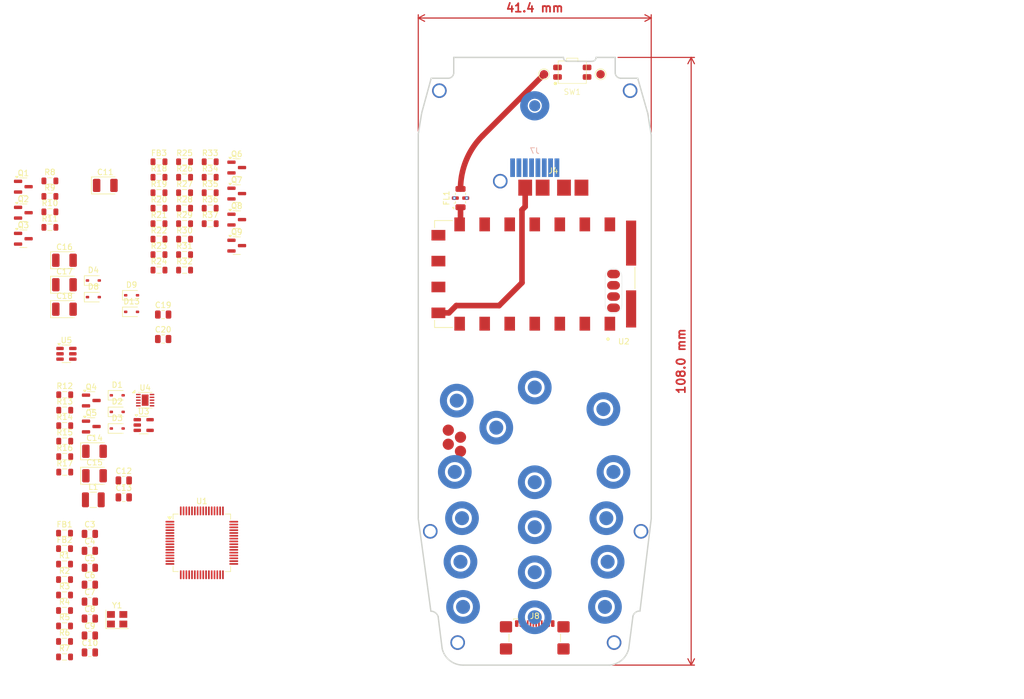
<source format=kicad_pcb>
(kicad_pcb (version 20240108) (generator "pcbnew") (generator_version "8.0")
  (layers (0 "F.Cu" signal) (1 "In1.Cu" signal) (2 "In2.Cu" signal) (31 "B.Cu" signal) (34 "B.Paste" user) (35 "F.Paste" user) (36 "B.SilkS" user "B.Silkscreen") (37 "F.SilkS" user "F.Silkscreen") (38 "B.Mask" user) (39 "F.Mask" user) (44 "Edge.Cuts" user))
  (net 0 "")
  (net 1 "Net-(U1-VCAP_1)")
  (net 2 "GND")
  (net 3 "Net-(U1-VCAP_2)")
  (net 4 "/MCU/RTC_BATT")
  (net 5 "/MCU/MCU_VDDA")
  (net 6 "/MCU/MCU_VDD")
  (net 7 "/PMU/U_BATT")
  (net 8 "/MCU/BATT_MEAS")
  (net 9 "Net-(U4-PS{slash}SYNC)")
  (net 10 "+3V3")
  (net 11 "/Interfaces/5V_USB")
  (net 12 "Net-(U5-VBUS)")
  (net 13 "Net-(D1-K)")
  (net 14 "Net-(D3-K)")
  (net 15 "Net-(D9-A)")
  (net 16 "Net-(D13-A)")
  (net 17 "Net-(FL1-OUT)")
  (net 18 "Net-(FL1-IN)")
  (net 19 "Net-(U4-L2)")
  (net 20 "Net-(U4-L1)")
  (net 21 "/MCU/RF_PWR")
  (net 22 "Net-(Q1-D)")
  (net 23 "Net-(Q2-D)")
  (net 24 "Net-(Q2-G)")
  (net 25 "/MCU/RF_ENA")
  (net 26 "/MCU/PWR_ON")
  (net 27 "Net-(Q4-D)")
  (net 28 "Net-(Q5-D)")
  (net 29 "Net-(Q7-D)")
  (net 30 "/Interfaces/VIBR")
  (net 31 "/Interfaces/BUZZ")
  (net 32 "/Interfaces/BOOT0")
  (net 33 "/MCU/NRST")
  (net 34 "/MCU/BSB_IN")
  (net 35 "Net-(U1-PB2)")
  (net 36 "/MCU/~{CHG}")
  (net 37 "/Interfaces/PWM_BLIGHT")
  (net 38 "Net-(D4-A)")
  (net 39 "Net-(D5-A)")
  (net 40 "Net-(D6-A)")
  (net 41 "Net-(D7-A)")
  (net 42 "Net-(D8-A)")
  (net 43 "Net-(D10-A)")
  (net 44 "Net-(D11-A)")
  (net 45 "Net-(D12-A)")
  (net 46 "/ROW_1")
  (net 47 "/ROW_2")
  (net 48 "/ROW_3")
  (net 49 "/ROW_4")
  (net 50 "/ROW_5")
  (net 51 "/Interfaces/~{DISP_CE}")
  (net 60 "/Interfaces/USB_DP")
  (net 65 "/MCU/SWCLK")
  (net 69 "/Interfaces/~{DISP_RST}")
  (net 73 "/Interfaces/DISP_SDIN")
  (net 74 "/MCU/32k_X1")
  (net 75 "/MCU/SWDIO")
  (net 76 "/MCU/X1")
  (net 77 "/Interfaces/DISP_D{slash}C")
  (net 82 "/Interfaces/UDB_DM")
  (net 84 "/MCU/BSB_OUT")
  (net 87 "/MCU/32k_X2")
  (net 88 "/MCU/X2")
  (net 89 "/Interfaces/DISP_SCK")
  (net 90 "/MCU/RF_RX")
  (net 92 "/MCU/RF_TX")
  (net 93 "/MCU/PTT_OUT")
  (net 98 "Net-(J7-Pin_2)")
  (net 99 "Net-(J8-D--PadA7)")
  (net 100 "Net-(J8-D+-PadA6)")
  (net 101 "Net-(J8-CC1)")
  (net 103 "Net-(J8-CC2)")
  (net 105 "Net-(Q7-G)")
  (net 106 "Net-(Q8-D)")
  (net 107 "Net-(R30-Pad1)")
  (net 108 "/COL_1")
  (net 109 "/COL_2")
  (net 110 "/COL_3")
  (footprint "Capacitor_Tantalum_SMD:CP_EIA-3528-21_Kemet-B" (layer "F.Cu") (at 57.1175 86.75)
    (property "Reference" "C18")
    (property "Value" "47uF/10V")
  )
  (footprint "Inductor_SMD:L_0805_2012Metric" (layer "F.Cu") (at 73.915 68.8)
    (property "Reference" "R20")
    (property "Value" "47k")
  )
  (footprint "Diode_SMD:D_SOD-323" (layer "F.Cu") (at 69.05 84.27)
    (property "Reference" "D9")
    (property "Value" "BAT60A")
  )
  (footprint "Inductor_SMD:L_0805_2012Metric" (layer "F.Cu") (at 73.915 79.8)
    (property "Reference" "R24")
    (property "Value" "27R")
  )
  (footprint "Parts:2mm_mounting_hole_sig" (layer "F.Cu") (at 154.8 146)
    (property "Reference" "H2" (hide yes))
    (property "Value" "~")
  )
  (footprint "Package_TO_SOT_SMD:SOT-23" (layer "F.Cu") (at 49.81 69.6)
    (property "Reference" "Q2")
    (property "Value" "IRLML6401")
  )
  (footprint "Capacitor_SMD:C_0805_2012Metric" (layer "F.Cu") (at 61.63 126.68)
    (property "Reference" "C3")
    (property "Value" "2u2")
  )
  (footprint "Capacitor_SMD:C_0805_2012Metric" (layer "F.Cu") (at 67.655 120.19)
    (property "Reference" "C13")
    (property "Value" "100n")
  )
  (footprint "Inductor_SMD:L_0805_2012Metric" (layer "F.Cu") (at 54.53 69.45)
    (property "Reference" "R10")
    (property "Value" "100k")
  )
  (footprint "Inductor_SMD:L_0805_2012Metric" (layer "F.Cu") (at 57.165 110.2)
    (property "Reference" "R15")
    (property "Value" "47k")
  )
  (footprint "Inductor_SMD:L_0805_2012Metric" (layer "F.Cu") (at 57.13 148.55)
    (property "Reference" "R7")
    (property "Value" "100k")
  )
  (footprint "Inductor_SMD:L_0805_2012Metric" (layer "F.Cu") (at 83.015 66.05)
    (property "Reference" "R35")
    (property "Value" "47k")
  )
  (footprint "Inductor_SMD:L_0805_2012Metric" (layer "F.Cu") (at 78.465 66.05)
    (property "Reference" "R27")
    (property "Value" "27R")
  )
  (footprint "TestPoint:TestPoint_Pad_D1.5mm" (layer "F.Cu") (at 142.35 45)
    (property "Reference" "J2" (hide yes))
    (property "Value" "ANT_A")
  )
  (footprint "Capacitor_SMD:C_0805_2012Metric" (layer "F.Cu") (at 61.63 147.75)
    (property "Reference" "C10")
    (property "Value" "100n")
  )
  (footprint "Parts:3310_batt" (layer "F.Cu") (at 144 65.15)
    (property "Reference" "J4")
    (property "Value" "Battery")
  )
  (footprint "Capacitor_Tantalum_SMD:CP_EIA-3528-21_Kemet-B" (layer "F.Cu") (at 62.46 112)
    (property "Reference" "C14")
    (property "Value" "10uF/10V")
  )
  (footprint "Capacitor_Tantalum_SMD:CP_EIA-3528-21_Kemet-B" (layer "F.Cu") (at 64.375 64.75)
    (property "Reference" "C11")
    (property "Value" "47uF/10V")
  )
  (footprint "Inductor_SMD:L_0805_2012Metric" (layer "F.Cu") (at 78.465 79.8)
    (property "Reference" "R32")
    (property "Value" "5k1")
  )
  (footprint "Inductor_SMD:L_0805_2012Metric" (layer "F.Cu") (at 54.53 66.7)
    (property "Reference" "R9")
    (property "Value" "47k")
  )
  (footprint "Inductor_SMD:L_0805_2012Metric" (layer "F.Cu") (at 83.015 63.3)
    (property "Reference" "R34")
    (property "Value" "47k")
  )
  (footprint "Inductor_SMD:L_0805_2012Metric" (layer "F.Cu") (at 57.13 129.3)
    (property "Reference" "FB2")
    (property "Value" "Bead")
  )
  (footprint "Diode_SMD:D_SOD-323" (layer "F.Cu") (at 66.5 102.05)
    (property "Reference" "D1")
    (property "Value" "BAT60A")
  )
  (footprint "Capacitor_SMD:C_0805_2012Metric" (layer "F.Cu") (at 74.66 87.7)
    (property "Reference" "C19")
    (property "Value" "100n")
  )
  (footprint "Inductor_SMD:L_0805_2012Metric" (layer "F.Cu") (at 57.13 132.05)
    (property "Reference" "R1")
    (property "Value" "22k")
  )
  (footprint "Diode_SMD:D_SOD-323" (layer "F.Cu") (at 62.2575 81.65)
    (property "Reference" "D4")
    (property "Value" "BAT60A")
  )
  (footprint "Capacitor_SMD:C_0805_2012Metric" (layer "F.Cu") (at 61.63 132.7)
    (property "Reference" "C5")
    (property "Value" "100n")
  )
  (footprint "Inductor_SMD:L_0805_2012Metric" (layer "F.Cu") (at 57.165 104.7)
    (property "Reference" "R13")
    (property "Value" "100k")
  )
  (footprint "Inductor_SMD:L_0805_2012Metric" (layer "F.Cu") (at 83.015 71.55)
    (property "Reference" "R37")
    (property "Value" "47k")
  )
  (footprint "Package_TO_SOT_SMD:SOT-23" (layer "F.Cu") (at 87.735 66.2)
    (property "Reference" "Q7")
    (property "Value" "BSS138")
  )
  (footprint "Inductor_SMD:L_0805_2012Metric" (layer "F.Cu") (at 57.13 140.3)
    (property "Reference" "R4")
    (property "Value" "47k")
  )
  (footprint "Diode_SMD:D_SOD-323" (layer "F.Cu") (at 66.5 105)
    (property "Reference" "D2")
    (property "Value" "BAT60A")
  )
  (footprint "Capacitor_SMD:C_0805_2012Metric" (layer "F.Cu") (at 67.655 117.18)
    (property "Reference" "C12")
    (property "Value" "100n")
  )
  (footprint "Parts:SIDE PUSH 2.2NF 4.7x3.2x1.65mm" (layer "F.Cu") (at 147.37 44.63 180)
    (property "Reference" "SW1")
    (property "Value" "POWER ON")
  )
  (footprint "Diode_SMD:D_SOD-323" (layer "F.Cu") (at 69.05 87.22)
    (property "Reference" "D13")
    (property "Value" "BAT60A")
  )
  (footprint "TestPoint:TestPoint_Pad_D1.5mm" (layer "F.Cu") (at 152.4 45)
    (property "Reference" "J3" (hide yes))
    (property "Value" "ANT_B")
  )
  (footprint "Inductor_SMD:L_0805_2012Metric" (layer "F.Cu") (at 78.465 60.55)
    (property "Reference" "R25")
    (property "Value" "27R")
  )
  (footprint "Inductor_SMD:L_0805_2012Metric" (layer "F.Cu") (at 57.165 115.7)
    (property "Reference" "R17")
    (property "Value" "100k")
  )
  (footprint "Package_TO_SOT_SMD:SOT-23" (layer "F.Cu") (at 87.735 75.45)
    (property "Reference" "Q9")
    (property "Value" "BSS138")
  )
  (footprint "Inductor_SMD:L_0805_2012Metric" (layer "F.Cu") (at 78.465 77.05)
    (property "Reference" "R31")
    (property "Value" "5k1")
  )
  (footprint "Inductor_SMD:L_0805_2012Metric" (layer "F.Cu") (at 57.165 101.95)
    (property "Reference" "R12")
    (property "Value" "47k")
  )
  (footprint "Inductor_SMD:L_0805_2012Metric" (layer "F.Cu") (at 57.13 145.8)
    (property "Reference" "R6")
    (property "Value" "10k")
  )
  (footprint "Inductor_SMD:L_0805_2012Metric" (layer "F.Cu") (at 83.015 60.55)
    (property "Reference" "R33")
    (property "Value" "47k")
  )
  (footprint "Connector_USB:USB_C_Receptacle_GCT_USB4110" (layer "F.Cu") (at 140.7 146.3)
    (property "Reference" "J8")
    (property "Value" "USB C")
  )
  (footprint "Parts:2mm_mounting_hole_sig" (layer "F.Cu") (at 127 146)
    (property "Reference" "H1" (hide yes))
    (property "Value" "~")
  )
  (footprint "Package_TO_SOT_SMD:SOT-23-6" (layer "F.Cu") (at 57.465 94.675)
    (property "Reference" "U5")
    (property "Value" "USBLC6-2SC6")
  )
  (footprint "Capacitor_Tantalum_SMD:CP_EIA-3528-21_Kemet-B" (layer "F.Cu") (at 57.1175 82.4)
    (property "Reference" "C17")
    (property "Value" "47uF/10V")
  )
  (footprint "Capacitor_SMD:C_0805_2012Metric" (layer "F.Cu") (at 74.66 92.05)
    (property "Reference" "C20")
    (property "Value" "10n")
  )
  (footprint "Parts:2mm_mounting_hole_sig" (layer "F.Cu") (at 157.65 47.91)
    (property "Reference" "H7" (hide yes))
    (property "Value" "~")
  )
  (footprint "Inductor_SMD:L_0805_2012Metric" (layer "F.Cu") (at 57.13 137.55)
    (property "Reference" "R3")
    (property "Value" "47k")
  )
  (footprint "Package_TO_SOT_SMD:SOT-23" (layer "F.Cu") (at 49.81 74.225)
    (property "Reference" "Q3")
    (property "Value" "BSS138")
  )
  (footprint "Inductor_SMD:L_0805_2012Metric" (layer "F.Cu") (at 73.915 74.3)
    (property "Reference" "R22")
    (property "Value" "100k")
  )
  (footprint "Parts:3310_4_pin" (layer "F.Cu") (at 125.335 108.25 -90)
    (property "Reference" "J1" (hide yes))
    (property "Value" "SWD_DBG")
  )
  (footprint "Inductor_SMD:L_0805_2012Metric" (layer "F.Cu") (at 83.015 68.8)
    (property "Reference" "R36")
    (property "Value" "47k")
  )
  (footprint "Parts:2mm_mounting_hole_sig" (layer "F.Cu") (at 134.57 64)
    (property "Reference" "H5" (hide yes))
    (property "Value" "~")
  )
  (footprint "Parts:2mm_mounting_hole_sig" (layer "F.Cu") (at 159.58 126.23)
    (property "Reference" "H4" (hide yes))
    (property "Value" "~")
  )
  (footprint "Inductor_SMD:L_0805_2012Metric" (layer "F.Cu") (at 78.465 63.3)
    (property "Reference" "R26")
    (property "Value" "27R")
  )
  (footprint "Package_TO_SOT_SMD:SOT-23" (layer "F.Cu") (at 61.885 102.975)
    (property "Reference" "Q4")
    (property "Value" "BSS138")
  )
  (footprint "Inductor_SMD:L_1210_3225Metric" (layer "F.Cu") (at 62.245 120.63)
    (property "Reference" "L1")
    (property "Value" "1u5")
  )
  (footprint "Inductor_SMD:L_0805_2012Metric" (layer "F.Cu") (at 57.165 107.45)
    (property "Reference" "R14")
    (property "Value" "100k")
  )
  (footprint "Package_SON:WSON-10-1EP_2.5x2.5mm_P0.5mm_EP1.2x2mm" (layer "F.Cu") (at 71.46 102.915)
    (property "Reference" "U4")
    (property "Value" "TPS63030DSK")
  )
  (footprint "Diode_SMD:D_SOD-323" (layer "F.Cu") (at 62.2575 84.6)
    (property "Reference" "D8")
    (property "Value" "BAT60A")
  )
  (footprint "Capacitor_SMD:C_0805_2012Metric" (layer "F.Cu") (at 61.63 144.74)
    (property "Reference" "C9")
    (property "Value" "100n")
  )
  (footprint "Capacitor_SMD:C_0805_2012Metric" (layer "F.Cu") (at 61.63 138.72)
    (property "Reference" "C7")
    (property "Value" "100n")
  )
  (footprint "Capacitor_SMD:C_0805_2012Metric" (layer "F.Cu") (at 61.63 141.73)
    (property "Reference" "C8")
    (property "Value" "100n")
  )
  (footprint "Inductor_SMD:L_0805_2012Metric" (layer "F.Cu") (at 78.465 74.3)
    (property "Reference" "R30")
    (property "Value" "1k")
  )
  (footprint "Package_TO_SOT_SMD:SOT-23" (layer "F.Cu") (at 49.81 64.975)
    (property "Reference" "Q1")
    (property "Value" "BSS138")
  )
  (footprint "Inductor_SMD:L_0805_2012Metric" (layer "F.Cu") (at 57.13 126.55)
    (property "Reference" "FB1")
    (property "Value" "Bead")
  )
  (footprint "Package_TO_SOT_SMD:SOT-23" (layer "F.Cu") (at 87.735 61.575)
    (property "Reference" "Q6")
    (property "Value" "BSS138")
  )
  (footprint "Inductor_SMD:L_0805_2012Metric" (layer "F.Cu") (at 73.915 66.05)
    (property "Reference" "R19")
    (property "Value" "100k")
  )
  (footprint "Inductor_SMD:L_0805_2012Metric" (layer "F.Cu") (at 73.915 60.55)
    (property "Reference" "FB3")
    (property "Value" "Bead")
  )
  (footprint "Inductor_SMD:L_0805_2012Metric" (layer "F.Cu") (at 73.915 71.55)
    (property "Reference" "R21")
    (property "Value" "27R")
  )
  (footprint "Inductor_SMD:L_0805_2012Metric" (layer "F.Cu") (at 57.13 134.8)
    (property "Reference" "R2")
    (property "Value" "2k2")
  )
  (footprint "Package_QFP:LQFP-64_10x10mm_P0.5mm" (layer "F.Cu") (at 81.534 128.27)
    (property "Reference" "U1")
    (property "Value" "STM32F405RGTx")
  )
  (footprint "Package_TO_SOT_SMD:TSOT-23-5" (layer "F.Cu") (at 71.195 107.335)
    (property "Reference" "U3")
    (property "Value" "MAX1555")
  )
  (footprint "Inductor_SMD:L_0805_2012Metric" (layer "F.Cu") (at 57.13 143.05)
    (property "Reference" "R5")
    (property "Value" "22k")
  )
  (footprint "Inductor_SMD:L_0805_2012Metric" (layer "F.Cu") (at 54.53 72.2)
    (property "Reference" "R11")
    (property "Value" "47k")
  )
  (footprint "Parts:2mm_mounting_hole_sig" (layer "F.Cu") (at 122.13 126.23)
    (property "Reference" "H3" (hide yes))
    (property "Value" "~")
  )
  (footprint "Inductor_SMD:L_0805_2012Metric" (layer "F.Cu") (at 73.915 77.05)
    (property "Reference" "R23")
    (property "Value" "27R")
  )
  (footprint "Capacitor_SMD:C_0805_2012Metric" (layer "F.Cu") (at 61.63 129.69)
    (property "Reference" "C4")
    (property "Value" "2u2")
  )
  (footprint "Filter:Filter_Mini-Circuits_FV1206" (layer "F.Cu") (at 127.508 67 90)
    (property "Reference" "FL1")
    (property "Value" "LFCN-490+")
  )
  (footprint "Diode_SMD:D_SOD-323" (layer "F.Cu") (at 66.5 107.95)
    (property "Reference" "D3")
    (property "Value" "BAT60A")
  )
  (footprint "Capacitor_SMD:C_0805_2012Metric" (layer "F.Cu") (at 61.63 135.71)
    (property "Reference" "C6")
    (property "Value" "100n")
  )
  (footprint "Package_TO_SOT_SMD:SOT-23" (layer "F.Cu") (at 61.885 107.6)
    (property "Reference" "Q5")
    (property "Value" "BSS84")
  )
  (footprint "Capacitor_Tantalum_SMD:CP_EIA-3528-21_Kemet-B" (layer "F.Cu") (at 62.46 116.35)
    (property "Reference" "C15")
    (property "Value" "10uF/10V")
  )
  (footprint "Parts:2mm_mounting_hole_sig" (layer "F.Cu") (at 123.75 47.91)
    (property "Reference" "H6" (hide yes))
    (property "Value" "~")
  )
  (footprint "Capacitor_Tantalum_SMD:CP_EIA-3528-21_Kemet-B" (layer "F.Cu") (at 57.1175 78.05)
    (property "Reference" "C16")
    (property "Value" "10uF/10V")
  )
  (footprint "Inductor_SMD:L_0805_2012Metric" (layer "F.Cu") (at 73.915 63.3)
    (property "Reference" "R18")
    (property "Value" "47R")
  )
  (footprint "Parts:SA868-VER1.1" (layer "F.Cu") (at 140.7 80.5 180)
    (property "Reference" "U2")
    (property "Value" "SA868")
  )
  (footprint "Crystal:Crystal_SMD_3225-4Pin_3.2x2.5mm" (layer "F.Cu") (at 66.48 141.85)
    (property "Reference" "Y1")
    (property "Value" "8MHz")
  )
  (footprint "Inductor_SMD:L_0805_2012Metric" (layer "F.Cu") (at 78.465 71.55)
    (property "Reference" "R29")
    (property "Value" "27R")
  )
  (footprint "Inductor_SMD:L_0805_2012Metric" (layer "F.Cu") (at 57.165 112.95)
    (property "Reference" "R16")
    (property "Value" "1k")
  )
  (footprint "Package_TO_SOT_SMD:SOT-23" (layer "F.Cu") (at 87.735 70.825)
    (property "Reference" "Q8")
    (property "Value" "IRLML6401")
  )
  (footprint "Inductor_SMD:L_0805_2012Metric" (layer "F.Cu") (at 54.53 63.95)
    (property "Reference" "R8")
    (property "Value" "100k")
  )
  (footprint "Inductor_SMD:L_0805_2012Metric" (layer "F.Cu") (at 78.465 68.8)
    (property "Reference" "R28")
    (property "Value" "27R")
  )
  (footprint "Parts:3310_key" (layer "B.Cu") (at 153.65 131.64 180)
    (property "Reference" "SW6" (hide yes))
    (property "Value" "~")
  )
  (footprint "Parts:3310_key" (layer "B.Cu") (at 153.18 139.66 180)
    (property "Reference" "SW7" (hide yes))
    (property "Value" "~")
  )
  (footprint "Parts:3310_key" (layer "B.Cu") (at 127.96 139.66 180)
    (property "Reference" "SW17" (hide yes))
    (property "Value" "~")
  )
  (footprint "Parts:3310_key" (layer "B.Cu") (at 140.7 117.5 180)
    (property "Reference" "SW9" (hide yes))
    (property "Value" "~")
  )
  (footprint "Parts:3310_key" (layer "B.Cu") (at 140.7 141.5 180)
    (property "Reference" "SW12" (hide yes))
    (property "Value" "~")
  )
  (footprint "Parts:3310_speaker" (layer "B.Cu") (at 140.7 50.6 180)
    (property "Reference" "LS1" (hide yes))
    (property "Value" "~")
  )
  (footprint "Parts:3310_key" (layer "B.Cu") (at 152.9 104.5 180)
    (property "Reference" "SW3" (hide yes))
    (property "Value" "~")
  )
  (footprint "Parts:3310_key" (layer "B.Cu") (at 126.49 115.67 180)
    (property "Reference" "SW14" (hide yes))
    (property "Value" "~")
  )
  (footprint "Parts:3310_key" (layer "B.Cu") (at 153.42 123.89 180)
    (property "Reference" "SW5" (hide yes))
    (property "Value" "~")
  )
  (footprint "Parts:3310_key" (layer "B.Cu") (at 133.86 107.8 180)
    (property "Reference" "SW8" (hide yes))
    (property "Value" "~")
  )
  (footprint "Parts:3310_key" (layer "B.Cu") (at 140.7 100.67 180)
    (property "Reference" "SW2" (hide yes))
    (property "Value" "\"OK\"")
  )
  (footprint "Parts:3310_key" (layer "B.Cu") (at 140.7 125.5 180)
    (property "Reference" "SW10" (hide yes))
    (property "Value" "~")
  )
  (footprint "Parts:3310_key" (layer "B.Cu") (at 127.77 123.89 180)
    (property "Reference" "SW15" (hide yes))
    (property "Value" "~")
  )
  (footprint "Parts:3310_display" (layer "B.Cu") (at 140.7 61.6 180)
    (property "Reference" "J7")
    (property "Value" "Display")
  )
  (footprint "Parts:3310_key" (layer "B.Cu") (at 154.69 115.67 180)
    (property "Reference" "SW4" (hide yes))
    (property "Value" "~")
  )
  (footprint "Parts:3310_key" (layer "B.Cu") (at 126.84 103 180)
    (property "Reference" "SW13" (hide yes))
    (property "Value" "~")
  )
  (footprint "Parts:3310_key" (layer "B.Cu") (at 127.5 131.64 180)
    (property "Reference" "SW16" (hide yes))
    (property "Value" "~")
  )
  (footprint "Parts:3310_key" (layer "B.Cu") (at 140.7 133.5 180)
    (property "Reference" "SW11" (hide yes))
    (property "Value" "~")
  )
  (gr_line (start 156.2 81) (end 156.2 86) (stroke (width 0.05)) (layer "Edge.Cuts"))
  (gr_line (start 153.2 81.5) (end 153.2 81) (stroke (width 0.05)) (layer "Edge.Cuts"))
  (gr_line (start 161.4 55.8) (end 161.4 124) (stroke (width 0.25)) (layer "Edge.Cuts"))
  (gr_line (start 150.9 42.7) (end 146.5 42.7) (stroke (width 0.25)) (layer "Edge.Cuts"))
  (gr_arc (start 158.145089 141.353467) (mid 158.594072 140.641843) (end 159.4 140.4) (stroke (width 0.25)) (layer "Edge.Cuts"))
  (gr_line (start 156 45.7) (end 159 45.7) (stroke (width 0.25)) (layer "Edge.Cuts"))
  (gr_line (start 128 150) (end 154 150) (stroke (width 0.25)) (layer "Edge.Cuts"))
  (gr_arc (start 126.3 44.8) (mid 126.011679 45.411679) (end 125.4 45.7) (stroke (width 0.25)) (layer "Edge.Cuts"))
  (gr_arc (start 128 150) (mid 125.602432 149.19253) (end 124.243158 147.058832) (stroke (width 0.25)) (layer "Edge.Cuts"))
  (gr_line (start 126.3 42) (end 145.8 42) (stroke (width 0.25)) (layer "Edge.Cuts"))
  (gr_line (start 122.3 45.7) (end 125.4 45.7) (stroke (width 0.25)) (layer "Edge.Cuts"))
  (gr_line (start 120 124) (end 120 55.6) (stroke (width 0.25)) (layer "Edge.Cuts"))
  (gr_line (start 153.2 86) (end 153.2 81.5) (stroke (width 0.05)) (layer "Edge.Cuts"))
  (gr_arc (start 156 45.7) (mid 155.326027 45.443303) (end 155 44.8) (stroke (width 0.25)) (layer "Edge.Cuts"))
  (gr_line (start 161.4 124) (end 159.4 140.4) (stroke (width 0.25)) (layer "Edge.Cuts"))
  (gr_arc (start 157.402612 147.06897) (mid 156.180622 149.090926) (end 154 150) (stroke (width 0.25)) (layer "Edge.Cuts"))
  (gr_line (start 120.6 51.9) (end 122.3 45.7) (stroke (width 0.25)) (layer "Edge.Cuts"))
  (gr_arc (start 156.2 86) (mid 154.7 87.5) (end 153.2 86) (stroke (width 0.05)) (layer "Edge.Cuts"))
  (gr_line (start 126.3 42) (end 126.3 44.8) (stroke (width 0.25)) (layer "Edge.Cuts"))
  (gr_line (start 160.8 52) (end 161.4 55.8) (stroke (width 0.25)) (layer "Edge.Cuts"))
  (gr_line (start 120 55.6) (end 120.6 51.9) (stroke (width 0.25)) (layer "Edge.Cuts"))
  (gr_arc (start 146.5 42.7) (mid 146.005025 42.494975) (end 145.8 42) (stroke (width 0.25)) (layer "Edge.Cuts"))
  (gr_arc (start 151.6 42) (mid 151.394975 42.494975) (end 150.9 42.7) (stroke (width 0.25)) (layer "Edge.Cuts"))
  (gr_line (start 155 42) (end 155 44.8) (stroke (width 0.25)) (layer "Edge.Cuts"))
  (gr_arc (start 122.240048 140.418208) (mid 123.036737 140.694991) (end 123.529841 141.379219) (stroke (width 0.25)) (layer "Edge.Cuts"))
  (gr_line (start 159 45.7) (end 160.8 52) (stroke (width 0.25)) (layer "Edge.Cuts"))
  (gr_line (start 123.529841 141.379219) (end 124.243158 147.058832) (stroke (width 0.25)) (layer "Edge.Cuts"))
  (gr_line (start 158.145089 141.353467) (end 157.402612 147.06897) (stroke (width 0.25)) (layer "Edge.Cuts"))
  (gr_line (start 120 124) (end 122.240048 140.418208) (stroke (width 0.25)) (layer "Edge.Cuts"))
  (gr_line (start 151.6 42) (end 155 42) (stroke (width 0.25)) (layer "Edge.Cuts"))
  (gr_arc (start 153.2 81) (mid 154.7 79.5) (end 156.2 81) (stroke (width 0.05)) (layer "Edge.Cuts"))
  (dimension (type orthogonal) (layer "F.Cu") (pts (xy 154 150) (xy 155 42)) (height 14.5) (orientation 1) (gr_text "108,0 mm" (at 166.7 96 90) (layer "F.Cu") (effects (font (size 1.5 1.5) (thickness 0.3)))) (format (prefix "") (suffix "") (units 3) (units_format 1) (precision 1)) (style (thickness 0.2) (arrow_length 1.27) (text_position_mode 0) (extension_height 0.58642) (extension_offset 0.5) keep_text_aligned))
  (dimension (type orthogonal) (layer "F.Cu") (pts (xy 120 55.6) (xy 161.4 55.8)) (height -20.6) (orientation 0) (gr_text "41,4 mm" (at 140.7 33.2 0) (layer "F.Cu") (effects (font (size 1.5 1.5) (thickness 0.3)))) (format (prefix "") (suffix "") (units 3) (units_format 1) (precision 1)) (style (thickness 0.2) (arrow_length 1.27) (text_position_mode 0) (extension_height 0.58642) (extension_offset 0.5) keep_text_aligned))
  (segment (start 134.366 86.106) (end 138.43 82.042) (width 1) (layer "F.Cu") (net 7))
  (segment (start 139 68.518) (end 139 65.15) (width 1) (layer "F.Cu") (net 7))
  (segment (start 125.452 87.4) (end 126.746 86.106) (width 1) (layer "F.Cu") (net 7))
  (segment (start 138.43 69.088) (end 139 68.518) (width 1) (layer "F.Cu") (net 7))
  (segment (start 123.575 87.4) (end 125.452 87.4) (width 1) (layer "F.Cu") (net 7))
  (segment (start 126.746 86.106) (end 134.366 86.106) (width 1) (layer "F.Cu") (net 7))
  (segment (start 138.43 82.042) (end 138.43 69.088) (width 1) (layer "F.Cu") (net 7))
  (segment (start 131.420422 55.929578) (end 142.35 45) (width 1) (layer "F.Cu") (net 17))
  (arc (start 127.508 65.375) (mid 128.524805 60.263174) (end 131.420422 55.929578) (width 1) (layer "F.Cu") (net 17))
  (segment (start 127.508 68.625) (end 127.508 71.517) (width 1) (layer "F.Cu") (net 18))
  (segment (start 127.508 71.517) (end 127.35 71.675) (width 0.2) (layer "F.Cu") (net 18))
)
</source>
